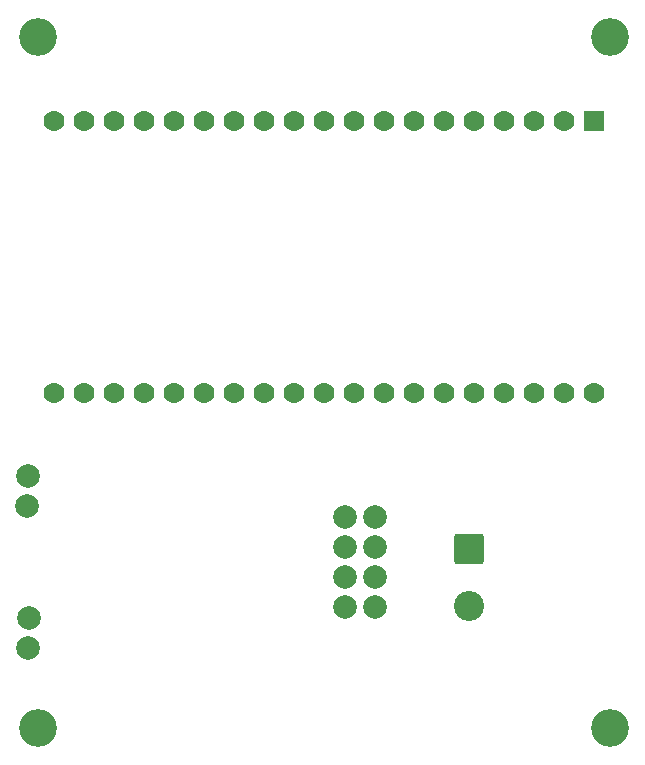
<source format=gbr>
%TF.GenerationSoftware,KiCad,Pcbnew,8.0.6*%
%TF.CreationDate,2025-03-02T18:23:20-07:00*%
%TF.ProjectId,Pit Radio,50697420-5261-4646-996f-2e6b69636164,rev?*%
%TF.SameCoordinates,Original*%
%TF.FileFunction,Soldermask,Top*%
%TF.FilePolarity,Negative*%
%FSLAX46Y46*%
G04 Gerber Fmt 4.6, Leading zero omitted, Abs format (unit mm)*
G04 Created by KiCad (PCBNEW 8.0.6) date 2025-03-02 18:23:20*
%MOMM*%
%LPD*%
G01*
G04 APERTURE LIST*
G04 Aperture macros list*
%AMRoundRect*
0 Rectangle with rounded corners*
0 $1 Rounding radius*
0 $2 $3 $4 $5 $6 $7 $8 $9 X,Y pos of 4 corners*
0 Add a 4 corners polygon primitive as box body*
4,1,4,$2,$3,$4,$5,$6,$7,$8,$9,$2,$3,0*
0 Add four circle primitives for the rounded corners*
1,1,$1+$1,$2,$3*
1,1,$1+$1,$4,$5*
1,1,$1+$1,$6,$7*
1,1,$1+$1,$8,$9*
0 Add four rect primitives between the rounded corners*
20,1,$1+$1,$2,$3,$4,$5,0*
20,1,$1+$1,$4,$5,$6,$7,0*
20,1,$1+$1,$6,$7,$8,$9,0*
20,1,$1+$1,$8,$9,$2,$3,0*%
G04 Aperture macros list end*
%ADD10RoundRect,0.249999X-1.025001X1.025001X-1.025001X-1.025001X1.025001X-1.025001X1.025001X1.025001X0*%
%ADD11C,2.550000*%
%ADD12C,3.200000*%
%ADD13RoundRect,0.102000X-0.780000X0.780000X-0.780000X-0.780000X0.780000X-0.780000X0.780000X0.780000X0*%
%ADD14C,1.764000*%
%ADD15C,2.004000*%
G04 APERTURE END LIST*
D10*
%TO.C,J1*%
X136100000Y-134680000D03*
D11*
X136100000Y-139480000D03*
%TD*%
D12*
%TO.C,REF\u002A\u002A*%
X148100000Y-91300000D03*
%TD*%
%TO.C,REF\u002A\u002A*%
X99600000Y-91300000D03*
%TD*%
D13*
%TO.C,UNIT_1*%
X146730000Y-98390000D03*
D14*
X144190000Y-98390000D03*
X141650000Y-98390000D03*
X139110000Y-98390000D03*
X136570000Y-98390000D03*
X134030000Y-98390000D03*
X131490000Y-98390000D03*
X128950000Y-98390000D03*
X126410000Y-98390000D03*
X123870000Y-98390000D03*
X121330000Y-98390000D03*
X118790000Y-98390000D03*
X116250000Y-98390000D03*
X113710000Y-98390000D03*
X111170000Y-98390000D03*
X108630000Y-98390000D03*
X106090000Y-98390000D03*
X103550000Y-98390000D03*
X101010000Y-98390000D03*
X146710000Y-121430000D03*
X144170000Y-121430000D03*
X141630000Y-121430000D03*
X139090000Y-121430000D03*
X136550000Y-121430000D03*
X134010000Y-121430000D03*
X131470000Y-121430000D03*
X128930000Y-121430000D03*
X126390000Y-121430000D03*
X123850000Y-121430000D03*
X121310000Y-121430000D03*
X118770000Y-121430000D03*
X116230000Y-121430000D03*
X113690000Y-121430000D03*
X111150000Y-121430000D03*
X108610000Y-121430000D03*
X106070000Y-121430000D03*
X103530000Y-121430000D03*
X100990000Y-121430000D03*
%TD*%
D15*
%TO.C,U2*%
X128165000Y-139530000D03*
X125625000Y-139530000D03*
X128165000Y-136990000D03*
X125625000Y-136990000D03*
X128165000Y-134450000D03*
X125625000Y-134450000D03*
X128165000Y-131910000D03*
X125625000Y-131910000D03*
X98775000Y-128480000D03*
X98835000Y-140470000D03*
X98715000Y-131020000D03*
X98775000Y-143010000D03*
%TD*%
D12*
%TO.C,REF\u002A\u002A*%
X99600000Y-149800000D03*
%TD*%
%TO.C,REF\u002A\u002A*%
X148100000Y-149800000D03*
%TD*%
M02*

</source>
